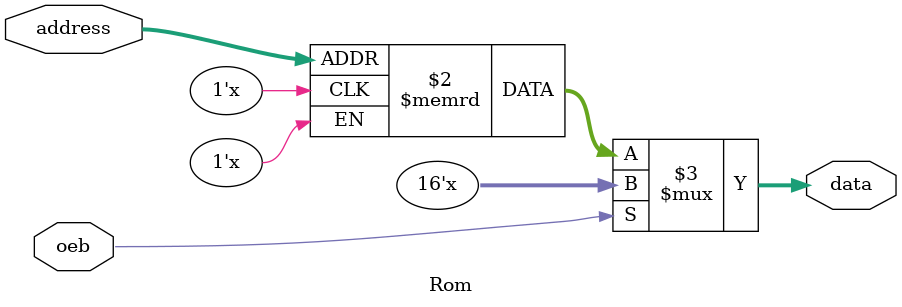
<source format=v>
module Rom(oeb,data,address);
    input oeb;
    input [2:0] address;
    output [15:0] data;
    reg [15:0] mem [0:7];

    assign data = (oeb == 1'b0)?mem[address]:16'bz;
endmodule
</source>
